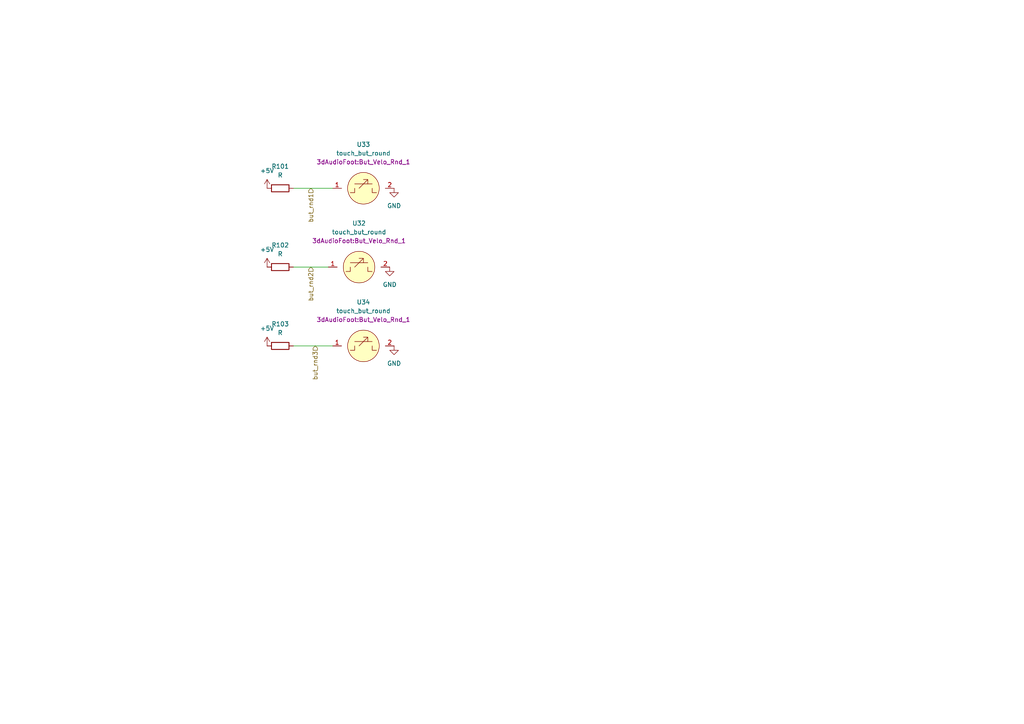
<source format=kicad_sch>
(kicad_sch (version 20211123) (generator eeschema)
  (paper "A4")
  (lib_symbols
    (symbol "3dAudioSym:touch_but_round"
      (property "Reference" "U" (at 7.62 6.35 0))
      (property "Value" "touch_but_round" (at -2.54 -5.08 0))
      (property "Footprint" "3dAudioFoot:But_Velo_Rnd_1" (at 1.27 8.89 0))
      (symbol "touch_but_round_0_1"
        (polyline (pts (xy -2.54 2.54) (xy 2.54 2.54)))
        (polyline (pts (xy -3.81 0) (xy -2.54 0) (xy -2.54 1.27)))
        (polyline (pts (xy 3.81 0) (xy 2.54 0) (xy 2.54 1.27)))
        (polyline (pts (xy -1.27 1.27) (xy 1.27 3.81) (xy 0 3.81) (xy 1.27 3.81) (xy 1.27 2.54)))
        (circle (center 0 1.27) (radius 4.5791) (fill (type background)))
      )
      (symbol "touch_but_round_1_1"
        (pin input line (at -8.89 1.27 0) (length 2.54) (name "") (number "1"))
        (pin input line (at 8.89 1.27 180) (length 2.54) (name "") (number "2"))
      )
    )
    (symbol "Device:R" (pin_numbers hide) (pin_names (offset 0))
      (property "Reference" "R" (at 2.032 0 90))
      (property "Value" "R" (at 0 0 90))
      (symbol "R_0_1"
        (rectangle (start -1.016 -2.54) (end 1.016 2.54) (stroke (width 0.254)))
      )
      (symbol "R_1_1"
        (pin passive line (at 0 3.81 270) (length 1.27) (name "~") (number "1"))
        (pin passive line (at 0 -3.81 90) (length 1.27) (name "~") (number "2"))
      )
    )
    (symbol "power:+5V" (power) (pin_names (offset 0))
      (property "Value" "+5V" (at 0 3.556 0))
      (symbol "+5V_0_1"
        (polyline (pts (xy -0.762 1.27) (xy 0 2.54)))
        (polyline (pts (xy 0 0) (xy 0 2.54)))
        (polyline (pts (xy 0 2.54) (xy 0.762 1.27)))
      )
      (symbol "+5V_1_1"
        (pin power_in line (at 0 0 90) (length 0) hide (name "+5V") (number "1"))
      )
    )
    (symbol "power:GND" (power) (pin_names (offset 0))
      (property "Value" "GND" (at 0 -3.81 0))
      (symbol "GND_0_1"
        (polyline (pts (xy 0 0) (xy 0 -1.27) (xy 1.27 -1.27) (xy 0 -2.54) (xy -1.27 -1.27) (xy 0 -1.27)))
      )
      (symbol "GND_1_1"
        (pin power_in line (at 0 0 270) (length 0) hide (name "GND") (number "1"))
      )
    )
    (symbol "touch_but_round_1"
      (property "Reference" "U" (at 7.62 6.35 0))
      (property "Value" "touch_but_round_1" (at -2.54 -5.08 0))
      (property "Footprint" "3dAudioFoot:But_Velo_Rnd_1" (at 1.27 8.89 0))
      (symbol "touch_but_round_1_0_1"
        (polyline (pts (xy -2.54 2.54) (xy 2.54 2.54)))
        (polyline (pts (xy -3.81 0) (xy -2.54 0) (xy -2.54 1.27)))
        (polyline (pts (xy 3.81 0) (xy 2.54 0) (xy 2.54 1.27)))
        (polyline (pts (xy -1.27 1.27) (xy 1.27 3.81) (xy 0 3.81) (xy 1.27 3.81) (xy 1.27 2.54)))
        (circle (center 0 1.27) (radius 4.5791) (fill (type background)))
      )
      (symbol "touch_but_round_1_1_1"
        (pin input line (at -8.89 1.27 0) (length 2.54) (name "") (number "1"))
        (pin input line (at 8.89 1.27 180) (length 2.54) (name "") (number "2"))
      )
    )
    (symbol "touch_but_round_2"
      (property "Reference" "U" (at 7.62 6.35 0))
      (property "Value" "touch_but_round_2" (at -2.54 -5.08 0))
      (property "Footprint" "3dAudioFoot:But_Velo_Rnd_1" (at 1.27 8.89 0))
      (symbol "touch_but_round_2_0_1"
        (polyline (pts (xy -2.54 2.54) (xy 2.54 2.54)))
        (polyline (pts (xy -3.81 0) (xy -2.54 0) (xy -2.54 1.27)))
        (polyline (pts (xy 3.81 0) (xy 2.54 0) (xy 2.54 1.27)))
        (polyline (pts (xy -1.27 1.27) (xy 1.27 3.81) (xy 0 3.81) (xy 1.27 3.81) (xy 1.27 2.54)))
        (circle (center 0 1.27) (radius 4.5791) (fill (type background)))
      )
      (symbol "touch_but_round_2_1_1"
        (pin input line (at -8.89 1.27 0) (length 2.54) (name "") (number "1"))
        (pin input line (at 8.89 1.27 180) (length 2.54) (name "") (number "2"))
      )
    )
  )
  (wire (pts (xy 85.09 54.61) (xy 96.52 54.61)))
  (wire (pts (xy 85.09 100.33) (xy 96.52 100.33)))
  (wire (pts (xy 85.09 77.47) (xy 95.25 77.47)))
  (hierarchical_label "but_rnd3" (shape input) (at 91.44 100.33 270))
  (hierarchical_label "but_rnd2" (shape input) (at 90.17 77.47 270))
  (hierarchical_label "but_rnd1" (shape input) (at 90.17 54.61 270))
  (symbol (lib_id "Device:R") (at 81.28 100.33 90) (unit 1)
    (property "Reference" "R103" (at 81.28 93.98 90))
    (property "Value" "R" (at 81.28 96.52 90))
    (property "Footprint" "Resistor_SMD:R_1206_3216Metric_Pad1.30x1.75mm_HandSolder" (effects hide))
  )
  (symbol (lib_id "Device:R") (at 81.28 54.61 90) (unit 1)
    (property "Reference" "R101" (at 81.28 48.26 90))
    (property "Value" "R" (at 81.28 50.8 90))
    (property "Footprint" "Resistor_SMD:R_1206_3216Metric_Pad1.30x1.75mm_HandSolder" (effects hide))
  )
  (symbol (lib_id "power:GND") (at 113.03 77.47 0) (unit 1)
    (property "Reference" "#PWR079" (effects hide))
    (property "Value" "GND" (at 113.03 82.55 0))
  )
  (symbol (lib_id "power:GND") (at 114.3 100.33 0) (unit 1)
    (property "Reference" "#PWR081" (effects hide))
    (property "Value" "GND" (at 114.3 105.41 0))
  )
  (symbol (lib_id "power:GND") (at 114.3 54.61 0) (unit 1)
    (property "Reference" "#PWR080" (effects hide))
    (property "Value" "GND" (at 114.3 59.69 0))
  )
  (symbol (lib_id "3dAudioSym:touch_but_round") (at 105.41 101.6 0) (unit 1)
    (property "Reference" "U34" (at 105.41 87.63 0))
    (property "Value" "touch_but_round" (at 105.41 90.17 0))
    (property "Footprint" "3dAudioFoot:But_Velo_Rnd_1" (at 105.41 92.71 0))
  )
  (symbol (lib_id "power:+5V") (at 77.47 100.33 0) (unit 1)
    (property "Reference" "#PWR078" (effects hide))
    (property "Value" "+5V" (at 77.47 95.25 0))
  )
  (symbol (lib_id "power:+5V") (at 77.47 77.47 0) (unit 1)
    (property "Reference" "#PWR077" (effects hide))
    (property "Value" "+5V" (at 77.47 72.39 0))
  )
  (symbol (lib_name "touch_but_round_1") (lib_id "3dAudioSym:touch_but_round") (at 105.41 55.88 0) (unit 1)
    (property "Reference" "U33" (at 105.41 41.91 0))
    (property "Value" "touch_but_round" (at 105.41 44.45 0))
    (property "Footprint" "3dAudioFoot:But_Velo_Rnd_1" (at 105.41 46.99 0))
  )
  (symbol (lib_id "power:+5V") (at 77.47 54.61 0) (unit 1)
    (property "Reference" "#PWR076" (effects hide))
    (property "Value" "+5V" (at 77.47 49.53 0))
  )
  (symbol (lib_id "Device:R") (at 81.28 77.47 90) (unit 1)
    (property "Reference" "R102" (at 81.28 71.12 90))
    (property "Value" "R" (at 81.28 73.66 90))
    (property "Footprint" "Resistor_SMD:R_1206_3216Metric_Pad1.30x1.75mm_HandSolder" (effects hide))
  )
  (symbol (lib_name "touch_but_round_2") (lib_id "3dAudioSym:touch_but_round") (at 104.14 78.74 0) (unit 1)
    (property "Reference" "U32" (at 104.14 64.77 0))
    (property "Value" "touch_but_round" (at 104.14 67.31 0))
    (property "Footprint" "3dAudioFoot:But_Velo_Rnd_1" (at 104.14 69.85 0))
  )
)
</source>
